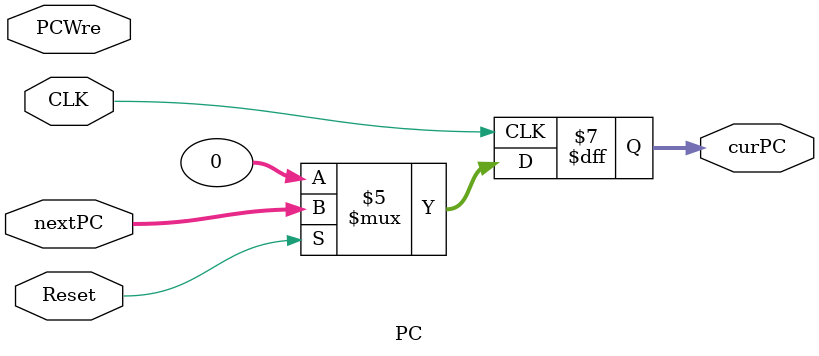
<source format=v>
`timescale 1ns / 1ps


module PC(
       input CLK,
       input Reset,
       input PCWre,
       input [31:0] nextPC,
       output reg[31:0] curPC
    );
    
    initial begin
        curPC <= 0;
    end

    always@(posedge CLK)
    begin
        if(!Reset)
            begin
                curPC <= 0;
            end
        else 
            /*begin
                if(PCWre)*/
                    begin
                        curPC <= nextPC;
                    end
               /* else
                    begin
                        curPC <= curPC;
                    end*
            end*/
        $display("curPC is\n",curPC);
    end
endmodule

</source>
